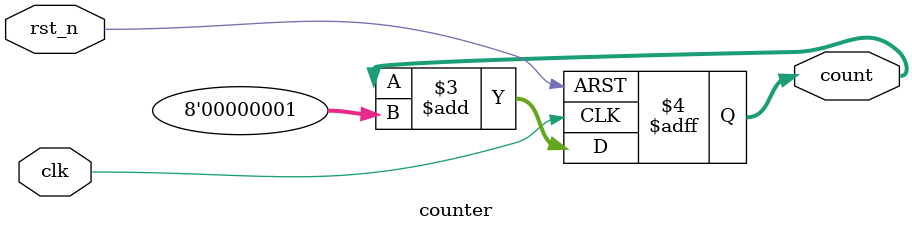
<source format=v>
module counter (
    input wire clk,
    input wire rst_n,
    output reg [7:0] count 
);
    always @(posedge clk or negedge rst_n) begin
        if (!rst_n) begin
            count <= 8'd0;
        end else begin
            count <= count + 8'd1;
        end
    end 
endmodule

</source>
